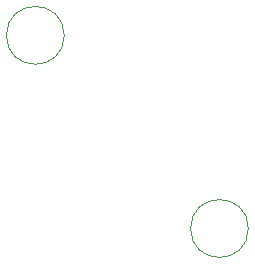
<source format=gbr>
%TF.GenerationSoftware,KiCad,Pcbnew,(5.1.6-0-10_14)*%
%TF.CreationDate,2021-03-26T09:45:15+01:00*%
%TF.ProjectId,KBPY,4b425059-2e6b-4696-9361-645f70636258,rev?*%
%TF.SameCoordinates,Original*%
%TF.FileFunction,Other,User*%
%FSLAX46Y46*%
G04 Gerber Fmt 4.6, Leading zero omitted, Abs format (unit mm)*
G04 Created by KiCad (PCBNEW (5.1.6-0-10_14)) date 2021-03-26 09:45:15*
%MOMM*%
%LPD*%
G01*
G04 APERTURE LIST*
%ADD10C,0.050000*%
G04 APERTURE END LIST*
D10*
%TO.C,REF\u002A\u002A*%
X135110000Y-102120000D02*
G75*
G03*
X135110000Y-102120000I-2450000J0D01*
G01*
X119520000Y-85770000D02*
G75*
G03*
X119520000Y-85770000I-2450000J0D01*
G01*
%TD*%
M02*

</source>
